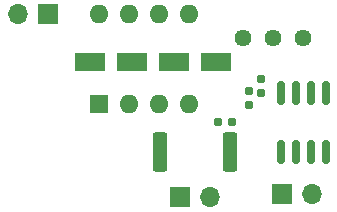
<source format=gbr>
%TF.GenerationSoftware,KiCad,Pcbnew,(6.0.0)*%
%TF.CreationDate,2022-12-01T22:20:14+01:00*%
%TF.ProjectId,current_measurement,63757272-656e-4745-9f6d-656173757265,1.0*%
%TF.SameCoordinates,Original*%
%TF.FileFunction,Soldermask,Bot*%
%TF.FilePolarity,Negative*%
%FSLAX46Y46*%
G04 Gerber Fmt 4.6, Leading zero omitted, Abs format (unit mm)*
G04 Created by KiCad (PCBNEW (6.0.0)) date 2022-12-01 22:20:14*
%MOMM*%
%LPD*%
G01*
G04 APERTURE LIST*
G04 Aperture macros list*
%AMRoundRect*
0 Rectangle with rounded corners*
0 $1 Rounding radius*
0 $2 $3 $4 $5 $6 $7 $8 $9 X,Y pos of 4 corners*
0 Add a 4 corners polygon primitive as box body*
4,1,4,$2,$3,$4,$5,$6,$7,$8,$9,$2,$3,0*
0 Add four circle primitives for the rounded corners*
1,1,$1+$1,$2,$3*
1,1,$1+$1,$4,$5*
1,1,$1+$1,$6,$7*
1,1,$1+$1,$8,$9*
0 Add four rect primitives between the rounded corners*
20,1,$1+$1,$2,$3,$4,$5,0*
20,1,$1+$1,$4,$5,$6,$7,0*
20,1,$1+$1,$6,$7,$8,$9,0*
20,1,$1+$1,$8,$9,$2,$3,0*%
G04 Aperture macros list end*
%ADD10R,1.600000X1.600000*%
%ADD11O,1.600000X1.600000*%
%ADD12R,1.700000X1.700000*%
%ADD13O,1.700000X1.700000*%
%ADD14C,1.440000*%
%ADD15RoundRect,0.160000X0.160000X-0.197500X0.160000X0.197500X-0.160000X0.197500X-0.160000X-0.197500X0*%
%ADD16RoundRect,0.250000X1.050000X0.550000X-1.050000X0.550000X-1.050000X-0.550000X1.050000X-0.550000X0*%
%ADD17RoundRect,0.150000X-0.150000X0.825000X-0.150000X-0.825000X0.150000X-0.825000X0.150000X0.825000X0*%
%ADD18RoundRect,0.160000X-0.197500X-0.160000X0.197500X-0.160000X0.197500X0.160000X-0.197500X0.160000X0*%
%ADD19RoundRect,0.250000X-1.050000X-0.550000X1.050000X-0.550000X1.050000X0.550000X-1.050000X0.550000X0*%
%ADD20RoundRect,0.250000X0.362500X1.425000X-0.362500X1.425000X-0.362500X-1.425000X0.362500X-1.425000X0*%
G04 APERTURE END LIST*
D10*
%TO.C,U1*%
X96012000Y-65024000D03*
D11*
X98552000Y-65024000D03*
X101092000Y-65024000D03*
X103632000Y-65024000D03*
X103632000Y-57404000D03*
X101092000Y-57404000D03*
X98552000Y-57404000D03*
X96012000Y-57404000D03*
%TD*%
D12*
%TO.C,J1*%
X91699000Y-57404000D03*
D13*
X89159000Y-57404000D03*
%TD*%
D12*
%TO.C,J3*%
X111501000Y-72644000D03*
D13*
X114041000Y-72644000D03*
%TD*%
D14*
%TO.C,RV1*%
X113284000Y-59436000D03*
X110744000Y-59436000D03*
X108204000Y-59436000D03*
%TD*%
D15*
%TO.C,R2*%
X108712000Y-65113500D03*
X108712000Y-63918500D03*
%TD*%
D12*
%TO.C,J2*%
X102872472Y-72851187D03*
D13*
X105412472Y-72851187D03*
%TD*%
D16*
%TO.C,C1*%
X98828000Y-61468000D03*
X95228000Y-61468000D03*
%TD*%
D17*
%TO.C,U2*%
X111379000Y-64073000D03*
X112649000Y-64073000D03*
X113919000Y-64073000D03*
X115189000Y-64073000D03*
X115189000Y-69023000D03*
X113919000Y-69023000D03*
X112649000Y-69023000D03*
X111379000Y-69023000D03*
%TD*%
D18*
%TO.C,R1*%
X106082500Y-66548000D03*
X107277500Y-66548000D03*
%TD*%
D19*
%TO.C,C2*%
X102340000Y-61468000D03*
X105940000Y-61468000D03*
%TD*%
D20*
%TO.C,R4*%
X107102500Y-69088000D03*
X101177500Y-69088000D03*
%TD*%
D15*
%TO.C,R3*%
X109728000Y-64097500D03*
X109728000Y-62902500D03*
%TD*%
M02*

</source>
